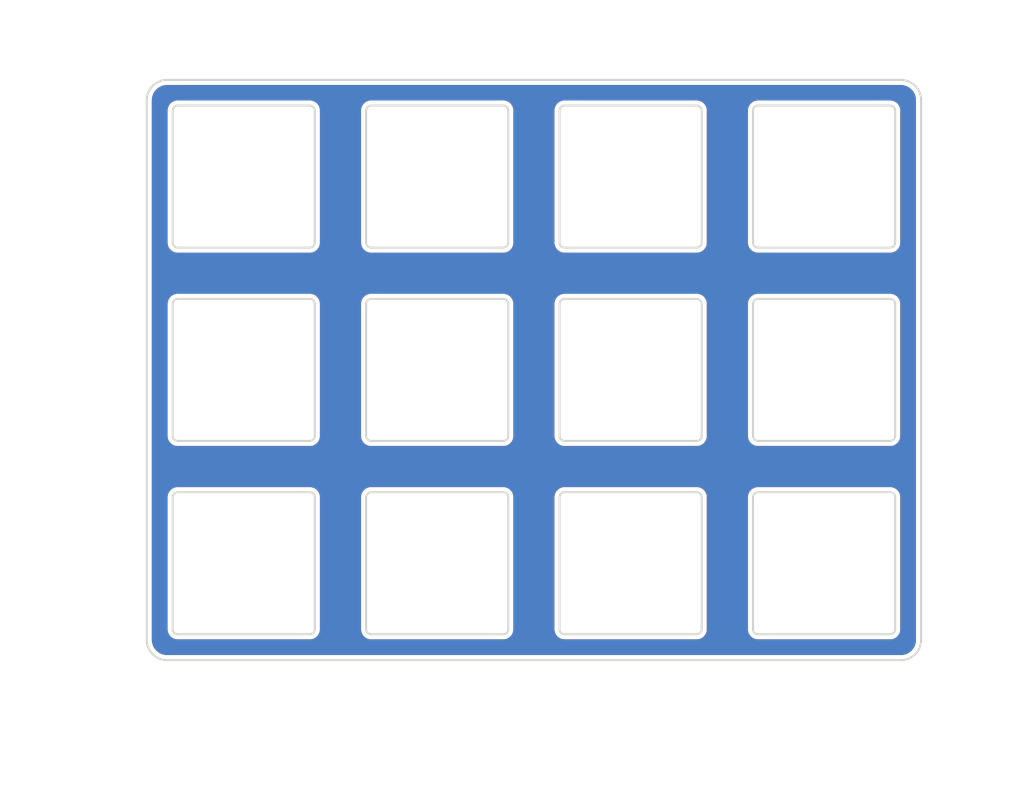
<source format=kicad_pcb>
(kicad_pcb
	(version 20241229)
	(generator "pcbnew")
	(generator_version "9.0")
	(general
		(thickness 1.6)
		(legacy_teardrops no)
	)
	(paper "A4")
	(layers
		(0 "F.Cu" signal)
		(2 "B.Cu" signal)
		(9 "F.Adhes" user "F.Adhesive")
		(11 "B.Adhes" user "B.Adhesive")
		(13 "F.Paste" user)
		(15 "B.Paste" user)
		(5 "F.SilkS" user "F.Silkscreen")
		(7 "B.SilkS" user "B.Silkscreen")
		(1 "F.Mask" user)
		(3 "B.Mask" user)
		(17 "Dwgs.User" user "User.Drawings")
		(19 "Cmts.User" user "User.Comments")
		(21 "Eco1.User" user "User.Eco1")
		(23 "Eco2.User" user "User.Eco2")
		(25 "Edge.Cuts" user)
		(27 "Margin" user)
		(31 "F.CrtYd" user "F.Courtyard")
		(29 "B.CrtYd" user "B.Courtyard")
		(35 "F.Fab" user)
		(33 "B.Fab" user)
		(39 "User.1" user)
		(41 "User.2" user)
		(43 "User.3" user)
		(45 "User.4" user)
	)
	(setup
		(pad_to_mask_clearance 0)
		(allow_soldermask_bridges_in_footprints no)
		(tenting front back)
		(pcbplotparams
			(layerselection 0x00000000_00000000_55555555_5755f5ff)
			(plot_on_all_layers_selection 0x00000000_00000000_00000000_00000000)
			(disableapertmacros no)
			(usegerberextensions no)
			(usegerberattributes yes)
			(usegerberadvancedattributes yes)
			(creategerberjobfile yes)
			(dashed_line_dash_ratio 12.000000)
			(dashed_line_gap_ratio 3.000000)
			(svgprecision 4)
			(plotframeref no)
			(mode 1)
			(useauxorigin no)
			(hpglpennumber 1)
			(hpglpenspeed 20)
			(hpglpendiameter 15.000000)
			(pdf_front_fp_property_popups yes)
			(pdf_back_fp_property_popups yes)
			(pdf_metadata yes)
			(pdf_single_document no)
			(dxfpolygonmode yes)
			(dxfimperialunits yes)
			(dxfusepcbnewfont yes)
			(psnegative no)
			(psa4output no)
			(plot_black_and_white yes)
			(sketchpadsonfab no)
			(plotpadnumbers no)
			(hidednponfab no)
			(sketchdnponfab yes)
			(crossoutdnponfab yes)
			(subtractmaskfromsilk no)
			(outputformat 1)
			(mirror no)
			(drillshape 0)
			(scaleselection 1)
			(outputdirectory "C:/Users/root/Downloads/GERBER/")
		)
	)
	(net 0 "")
	(gr_line
		(start 83.17 77.32)
		(end 83.17 90.32)
		(stroke
			(width 0.2)
			(type default)
		)
		(layer "Edge.Cuts")
		(uuid "071ac09c-3673-4f2e-a6ee-c8d3d11a1999")
	)
	(gr_arc
		(start 140.82 109.87)
		(mid 140.466447 109.723553)
		(end 140.32 109.37)
		(stroke
			(width 0.2)
			(type default)
		)
		(layer "Edge.Cuts")
		(uuid "07c84d0a-ccb3-43ba-a79f-a42e2b3f16d9")
	)
	(gr_line
		(start 154.8704 112.4204)
		(end 82.6196 112.4204)
		(stroke
			(width 0.2)
			(type default)
		)
		(layer "Edge.Cuts")
		(uuid "09e0aeb9-b57e-4f6f-8a1e-b9102670cf07")
	)
	(gr_line
		(start 154.32 77.32)
		(end 154.32 90.32)
		(stroke
			(width 0.2)
			(type default)
		)
		(layer "Edge.Cuts")
		(uuid "0bc9d340-657c-4413-b4c6-b5e5218155b0")
	)
	(gr_arc
		(start 140.82 71.77)
		(mid 140.466447 71.623553)
		(end 140.32 71.27)
		(stroke
			(width 0.2)
			(type default)
		)
		(layer "Edge.Cuts")
		(uuid "0e7ac2a3-d1a2-4780-b72c-b61c81910152")
	)
	(gr_line
		(start 140.82 109.87)
		(end 153.82 109.87)
		(stroke
			(width 0.2)
			(type default)
		)
		(layer "Edge.Cuts")
		(uuid "0ed14440-f745-4b1e-9628-6280bf721c8a")
	)
	(gr_arc
		(start 83.17 77.32)
		(mid 83.316447 76.966447)
		(end 83.67 76.82)
		(stroke
			(width 0.2)
			(type default)
		)
		(layer "Edge.Cuts")
		(uuid "11bdd7bb-cf76-46da-9579-45fcb0d6dd1b")
	)
	(gr_arc
		(start 121.27 58.27)
		(mid 121.416447 57.916447)
		(end 121.77 57.77)
		(stroke
			(width 0.2)
			(type default)
		)
		(layer "Edge.Cuts")
		(uuid "14cc68dd-9ab4-46eb-b02a-2edfe93d2883")
	)
	(gr_arc
		(start 140.32 96.37)
		(mid 140.466447 96.016447)
		(end 140.82 95.87)
		(stroke
			(width 0.2)
			(type default)
		)
		(layer "Edge.Cuts")
		(uuid "165b1348-0438-4907-93de-925b7438ac52")
	)
	(gr_arc
		(start 116.22 90.32)
		(mid 116.073553 90.673553)
		(end 115.72 90.82)
		(stroke
			(width 0.2)
			(type default)
		)
		(layer "Edge.Cuts")
		(uuid "1741db3c-e91a-4d2b-a9c0-217c9b7bbb57")
	)
	(gr_arc
		(start 156.8704 110.4204)
		(mid 156.284614 111.834614)
		(end 154.8704 112.4204)
		(stroke
			(width 0.2)
			(type default)
		)
		(layer "Edge.Cuts")
		(uuid "17abbd52-89bc-4aa8-96f0-3b36580c569d")
	)
	(gr_line
		(start 102.72 109.87)
		(end 115.72 109.87)
		(stroke
			(width 0.2)
			(type default)
		)
		(layer "Edge.Cuts")
		(uuid "17ed8542-2b48-488f-aea8-a7b29da7f3e3")
	)
	(gr_arc
		(start 102.72 71.77)
		(mid 102.366447 71.623553)
		(end 102.22 71.27)
		(stroke
			(width 0.2)
			(type default)
		)
		(layer "Edge.Cuts")
		(uuid "17f79098-ebf5-4596-99b8-53b721e3aa20")
	)
	(gr_arc
		(start 115.72 57.77)
		(mid 116.073553 57.916447)
		(end 116.22 58.27)
		(stroke
			(width 0.2)
			(type default)
		)
		(layer "Edge.Cuts")
		(uuid "188b5ed1-6876-4149-9402-8c57f1614775")
	)
	(gr_line
		(start 102.22 58.27)
		(end 102.22 71.27)
		(stroke
			(width 0.2)
			(type default)
		)
		(layer "Edge.Cuts")
		(uuid "1b47fa61-49a6-422b-b24b-c6cd736b54a5")
	)
	(gr_line
		(start 82.6196 55.245)
		(end 154.8704 55.245)
		(stroke
			(width 0.2)
			(type default)
		)
		(layer "Edge.Cuts")
		(uuid "1eb8661d-ad62-46b9-8ae6-0c88fc37dd69")
	)
	(gr_line
		(start 83.67 90.82)
		(end 96.67 90.82)
		(stroke
			(width 0.2)
			(type default)
		)
		(layer "Edge.Cuts")
		(uuid "24491bd1-999f-432d-ba89-d681fef7ce5c")
	)
	(gr_line
		(start 140.32 96.37)
		(end 140.32 109.37)
		(stroke
			(width 0.2)
			(type default)
		)
		(layer "Edge.Cuts")
		(uuid "255ba33a-4126-4866-82f5-47e62c1c0c17")
	)
	(gr_arc
		(start 102.22 58.27)
		(mid 102.366447 57.916447)
		(end 102.72 57.77)
		(stroke
			(width 0.2)
			(type default)
		)
		(layer "Edge.Cuts")
		(uuid "26243031-6c1f-4069-a8cf-47d0d79f4bc0")
	)
	(gr_arc
		(start 102.22 96.37)
		(mid 102.366447 96.016447)
		(end 102.72 95.87)
		(stroke
			(width 0.2)
			(type default)
		)
		(layer "Edge.Cuts")
		(uuid "2794e3e7-ea89-433b-957a-41c7bd90c487")
	)
	(gr_line
		(start 154.32 58.27)
		(end 154.32 71.27)
		(stroke
			(width 0.2)
			(type default)
		)
		(layer "Edge.Cuts")
		(uuid "27d9d18c-e651-4a43-a11a-9417107ad6c5")
	)
	(gr_line
		(start 140.32 77.32)
		(end 140.32 90.32)
		(stroke
			(width 0.2)
			(type default)
		)
		(layer "Edge.Cuts")
		(uuid "2c918488-9b29-4ad7-a954-358d5b6183ac")
	)
	(gr_arc
		(start 115.72 95.87)
		(mid 116.073553 96.016447)
		(end 116.22 96.37)
		(stroke
			(width 0.2)
			(type default)
		)
		(layer "Edge.Cuts")
		(uuid "2e8b3dcb-62c4-4146-9fd9-da2d3c6684ec")
	)
	(gr_line
		(start 140.32 58.27)
		(end 140.32 71.27)
		(stroke
			(width 0.2)
			(type default)
		)
		(layer "Edge.Cuts")
		(uuid "317b9d72-1e6b-4f8b-80d7-a1fa2e53cf08")
	)
	(gr_arc
		(start 82.6196 112.4204)
		(mid 81.205386 111.834614)
		(end 80.6196 110.4204)
		(stroke
			(width 0.2)
			(type default)
		)
		(layer "Edge.Cuts")
		(uuid "31cfce1c-51fa-4fe9-9015-e7cbd9b25b94")
	)
	(gr_arc
		(start 140.32 58.27)
		(mid 140.466447 57.916447)
		(end 140.82 57.77)
		(stroke
			(width 0.2)
			(type default)
		)
		(layer "Edge.Cuts")
		(uuid "380d6b92-9744-485d-b375-0c003037323a")
	)
	(gr_line
		(start 156.8704 57.245)
		(end 156.8704 110.4204)
		(stroke
			(width 0.2)
			(type default)
		)
		(layer "Edge.Cuts")
		(uuid "3e62f4aa-0950-4226-bae6-9971064ac1c8")
	)
	(gr_line
		(start 121.27 96.37)
		(end 121.27 109.37)
		(stroke
			(width 0.2)
			(type default)
		)
		(layer "Edge.Cuts")
		(uuid "46e66d16-677c-4ce6-ac0a-937d11032f74")
	)
	(gr_line
		(start 116.22 58.27)
		(end 116.22 71.27)
		(stroke
			(width 0.2)
			(type default)
		)
		(layer "Edge.Cuts")
		(uuid "47e07dbd-f092-4fdc-8b07-7d039a2795a6")
	)
	(gr_arc
		(start 97.17 90.32)
		(mid 97.023553 90.673553)
		(end 96.67 90.82)
		(stroke
			(width 0.2)
			(type default)
		)
		(layer "Edge.Cuts")
		(uuid "49e07699-e5c7-4936-8cf8-d771a2311ee1")
	)
	(gr_arc
		(start 140.32 77.32)
		(mid 140.466447 76.966447)
		(end 140.82 76.82)
		(stroke
			(width 0.2)
			(type default)
		)
		(layer "Edge.Cuts")
		(uuid "4bb66f57-3a45-4c20-9106-0260c2351309")
	)
	(gr_arc
		(start 121.77 109.87)
		(mid 121.416447 109.723553)
		(end 121.27 109.37)
		(stroke
			(width 0.2)
			(type default)
		)
		(layer "Edge.Cuts")
		(uuid "4c315ba2-7c70-4652-bac4-9ced7e1249bf")
	)
	(gr_line
		(start 140.82 76.82)
		(end 153.82 76.82)
		(stroke
			(width 0.2)
			(type default)
		)
		(layer "Edge.Cuts")
		(uuid "4d1fd639-506e-465b-a536-09089764fc8e")
	)
	(gr_line
		(start 97.17 96.37)
		(end 97.17 109.37)
		(stroke
			(width 0.2)
			(type default)
		)
		(layer "Edge.Cuts")
		(uuid "4df52408-2cd2-4703-af18-35aa1ba2274f")
	)
	(gr_arc
		(start 154.8704 55.245)
		(mid 156.284614 55.830786)
		(end 156.8704 57.245)
		(stroke
			(width 0.2)
			(type default)
		)
		(layer "Edge.Cuts")
		(uuid "4e9ec5bb-031e-4949-a108-db6d83d967bc")
	)
	(gr_line
		(start 97.17 58.27)
		(end 97.17 71.27)
		(stroke
			(width 0.2)
			(type default)
		)
		(layer "Edge.Cuts")
		(uuid "4f12050c-1c84-42e9-8b92-8c63923b74e4")
	)
	(gr_line
		(start 102.72 76.82)
		(end 115.72 76.82)
		(stroke
			(width 0.2)
			(type default)
		)
		(layer "Edge.Cuts")
		(uuid "589a7628-5f8d-49f9-a43e-0c4da1ba5e56")
	)
	(gr_line
		(start 102.22 96.37)
		(end 102.22 109.37)
		(stroke
			(width 0.2)
			(type default)
		)
		(layer "Edge.Cuts")
		(uuid "5a47beaf-b904-4227-9e82-7dbfdbea1681")
	)
	(gr_line
		(start 121.77 57.77)
		(end 134.77 57.77)
		(stroke
			(width 0.2)
			(type default)
		)
		(layer "Edge.Cuts")
		(uuid "5d7046d0-7d89-4a28-85b9-f5dbefb95b58")
	)
	(gr_arc
		(start 134.77 57.77)
		(mid 135.123553 57.916447)
		(end 135.27 58.27)
		(stroke
			(width 0.2)
			(type default)
		)
		(layer "Edge.Cuts")
		(uuid "60881b01-6c35-4fff-bd12-5999fccb1d11")
	)
	(gr_arc
		(start 83.67 90.82)
		(mid 83.316447 90.673553)
		(end 83.17 90.32)
		(stroke
			(width 0.2)
			(type default)
		)
		(layer "Edge.Cuts")
		(uuid "627c788f-fe0b-4817-bd6d-65050fcd7da1")
	)
	(gr_arc
		(start 116.22 109.37)
		(mid 116.073553 109.723553)
		(end 115.72 109.87)
		(stroke
			(width 0.2)
			(type default)
		)
		(layer "Edge.Cuts")
		(uuid "656b3b6f-97c4-4c17-961a-77f046994cf3")
	)
	(gr_arc
		(start 140.82 90.82)
		(mid 140.466447 90.673553)
		(end 140.32 90.32)
		(stroke
			(width 0.2)
			(type default)
		)
		(layer "Edge.Cuts")
		(uuid "6a784234-34d3-4bd2-b6f9-079b26cd44f5")
	)
	(gr_arc
		(start 97.17 71.27)
		(mid 97.023553 71.623553)
		(end 96.67 71.77)
		(stroke
			(width 0.2)
			(type default)
		)
		(layer "Edge.Cuts")
		(uuid "6aec4ce1-393b-4e2a-b9ed-0f89ac0a45ef")
	)
	(gr_line
		(start 121.77 90.82)
		(end 134.77 90.82)
		(stroke
			(width 0.2)
			(type default)
		)
		(layer "Edge.Cuts")
		(uuid "6bf3ebff-5866-433e-9f61-745a04823711")
	)
	(gr_arc
		(start 115.72 76.82)
		(mid 116.073553 76.966447)
		(end 116.22 77.32)
		(stroke
			(width 0.2)
			(type default)
		)
		(layer "Edge.Cuts")
		(uuid "6c545828-8f81-4c9c-bffb-b2491f7d4837")
	)
	(gr_line
		(start 116.22 77.32)
		(end 116.22 90.32)
		(stroke
			(width 0.2)
			(type default)
		)
		(layer "Edge.Cuts")
		(uuid "6c76d03d-7634-49af-885c-d7e1a34b6f98")
	)
	(gr_arc
		(start 96.67 57.77)
		(mid 97.023553 57.916447)
		(end 97.17 58.27)
		(stroke
			(width 0.2)
			(type default)
		)
		(layer "Edge.Cuts")
		(uuid "6ca803ea-4f6f-4038-9901-8f5c88268b8a")
	)
	(gr_line
		(start 135.27 96.37)
		(end 135.27 109.37)
		(stroke
			(width 0.2)
			(type default)
		)
		(layer "Edge.Cuts")
		(uuid "6fcf5cd8-dd16-4b6c-ace4-d7580a32691b")
	)
	(gr_line
		(start 83.67 109.87)
		(end 96.67 109.87)
		(stroke
			(width 0.2)
			(type default)
		)
		(layer "Edge.Cuts")
		(uuid "70e5708c-43e9-467e-a727-94206bc901c8")
	)
	(gr_line
		(start 102.72 95.87)
		(end 115.72 95.87)
		(stroke
			(width 0.2)
			(type default)
		)
		(layer "Edge.Cuts")
		(uuid "7755122b-1f92-4d46-bc64-7ea5511ea0a9")
	)
	(gr_line
		(start 102.22 77.32)
		(end 102.22 90.32)
		(stroke
			(width 0.2)
			(type default)
		)
		(layer "Edge.Cuts")
		(uuid "78197663-f087-432d-b12d-5175712819b6")
	)
	(gr_arc
		(start 96.67 76.82)
		(mid 97.023553 76.966447)
		(end 97.17 77.32)
		(stroke
			(width 0.2)
			(type default)
		)
		(layer "Edge.Cuts")
		(uuid "7972e799-e872-496c-be2b-e264d2331bd7")
	)
	(gr_arc
		(start 153.82 76.82)
		(mid 154.173553 76.966447)
		(end 154.32 77.32)
		(stroke
			(width 0.2)
			(type default)
		)
		(layer "Edge.Cuts")
		(uuid "7d22c13c-52b9-40a3-a0ab-1b5f2931bcdf")
	)
	(gr_line
		(start 83.67 57.77)
		(end 96.67 57.77)
		(stroke
			(width 0.2)
			(type default)
		)
		(layer "Edge.Cuts")
		(uuid "7e683ad6-bdee-4ebe-8e7b-f0a073a2a8c8")
	)
	(gr_line
		(start 83.67 71.77)
		(end 96.67 71.77)
		(stroke
			(width 0.2)
			(type default)
		)
		(layer "Edge.Cuts")
		(uuid "8185f3f6-c742-4658-b061-a37b8e805d5e")
	)
	(gr_arc
		(start 83.17 58.27)
		(mid 83.316447 57.916447)
		(end 83.67 57.77)
		(stroke
			(width 0.2)
			(type default)
		)
		(layer "Edge.Cuts")
		(uuid "835065c4-8e83-416e-bd2e-20806d713cba")
	)
	(gr_line
		(start 83.17 58.27)
		(end 83.17 71.27)
		(stroke
			(width 0.2)
			(type default)
		)
		(layer "Edge.Cuts")
		(uuid "83e707a5-4433-4a63-99bf-f5badc0beca1")
	)
	(gr_arc
		(start 83.17 96.37)
		(mid 83.316447 96.016447)
		(end 83.67 95.87)
		(stroke
			(width 0.2)
			(type default)
		)
		(layer "Edge.Cuts")
		(uuid "83f00861-e5c6-4cac-af52-bc7679072da2")
	)
	(gr_line
		(start 102.72 71.77)
		(end 115.72 71.77)
		(stroke
			(width 0.2)
			(type default)
		)
		(layer "Edge.Cuts")
		(uuid "84c23508-7b03-4d62-8c2d-edb4a06992ac")
	)
	(gr_line
		(start 83.17 96.37)
		(end 83.17 109.37)
		(stroke
			(width 0.2)
			(type default)
		)
		(layer "Edge.Cuts")
		(uuid "871638ae-eaed-4423-8f01-5720c59f7965")
	)
	(gr_arc
		(start 83.67 109.87)
		(mid 83.316447 109.723553)
		(end 83.17 109.37)
		(stroke
			(width 0.2)
			(type default)
		)
		(layer "Edge.Cuts")
		(uuid "8a2e479e-39d5-4dee-ac42-c16a4fa3446d")
	)
	(gr_line
		(start 80.6196 110.4204)
		(end 80.6196 57.245)
		(stroke
			(width 0.2)
			(type default)
		)
		(layer "Edge.Cuts")
		(uuid "8bac86b5-791b-49e9-addd-b88ad2391603")
	)
	(gr_line
		(start 121.77 71.77)
		(end 134.77 71.77)
		(stroke
			(width 0.2)
			(type default)
		)
		(layer "Edge.Cuts")
		(uuid "948f46c8-578e-48d7-9736-93d131c10d88")
	)
	(gr_arc
		(start 83.67 71.77)
		(mid 83.316447 71.623553)
		(end 83.17 71.27)
		(stroke
			(width 0.2)
			(type default)
		)
		(layer "Edge.Cuts")
		(uuid "9e68fa82-cae5-40d0-aa16-aca70fda32dc")
	)
	(gr_arc
		(start 121.77 90.82)
		(mid 121.416447 90.673553)
		(end 121.27 90.32)
		(stroke
			(width 0.2)
			(type default)
		)
		(layer "Edge.Cuts")
		(uuid "a59a01bf-43f7-476a-a44a-ea851ccd999a")
	)
	(gr_arc
		(start 102.72 90.82)
		(mid 102.366447 90.673553)
		(end 102.22 90.32)
		(stroke
			(width 0.2)
			(type default)
		)
		(layer "Edge.Cuts")
		(uuid "a69d1ab0-9861-40e6-b902-b861246ca608")
	)
	(gr_line
		(start 135.27 58.27)
		(end 135.27 71.27)
		(stroke
			(width 0.2)
			(type default)
		)
		(layer "Edge.Cuts")
		(uuid "a6ef24f2-3b79-4c4b-b154-cd280591fcf9")
	)
	(gr_arc
		(start 153.82 95.87)
		(mid 154.173553 96.016447)
		(end 154.32 96.37)
		(stroke
			(width 0.2)
			(type default)
		)
		(layer "Edge.Cuts")
		(uuid "abe182a2-dced-47e2-b0af-c4d37bbc6b79")
	)
	(gr_line
		(start 140.82 90.82)
		(end 153.82 90.82)
		(stroke
			(width 0.2)
			(type default)
		)
		(layer "Edge.Cuts")
		(uuid "abe49149-ffa9-4936-9721-aa5dc085357f")
	)
	(gr_arc
		(start 97.17 109.37)
		(mid 97.023553 109.723553)
		(end 96.67 109.87)
		(stroke
			(width 0.2)
			(type default)
		)
		(layer "Edge.Cuts")
		(uuid "af1e538b-1fc4-4f10-a275-95c252db6453")
	)
	(gr_arc
		(start 96.67 95.87)
		(mid 97.023553 96.016447)
		(end 97.17 96.37)
		(stroke
			(width 0.2)
			(type default)
		)
		(layer "Edge.Cuts")
		(uuid "b216a2c1-02e8-4782-be4d-7037fa68530b")
	)
	(gr_line
		(start 121.77 76.82)
		(end 134.77 76.82)
		(stroke
			(width 0.2)
			(type default)
		)
		(layer "Edge.Cuts")
		(uuid "b5b69012-14bf-45ad-a0ad-a3eec20241d8")
	)
	(gr_line
		(start 121.77 109.87)
		(end 134.77 109.87)
		(stroke
			(width 0.2)
			(type default)
		)
		(layer "Edge.Cuts")
		(uuid "c182965e-e80d-4368-b413-fb8c54c64376")
	)
	(gr_line
		(start 102.72 57.77)
		(end 115.72 57.77)
		(stroke
			(width 0.2)
			(type default)
		)
		(layer "Edge.Cuts")
		(uuid "c23ab0f8-1069-4200-8e18-d044067e1209")
	)
	(gr_arc
		(start 102.22 77.32)
		(mid 102.366447 76.966447)
		(end 102.72 76.82)
		(stroke
			(width 0.2)
			(type default)
		)
		(layer "Edge.Cuts")
		(uuid "c36fc5b7-299b-4461-b6d3-b37f33a05ae6")
	)
	(gr_arc
		(start 121.77 71.77)
		(mid 121.416447 71.623553)
		(end 121.27 71.27)
		(stroke
			(width 0.2)
			(type default)
		)
		(layer "Edge.Cuts")
		(uuid "c62c596b-b762-4169-aacc-9ef5a80a7a3c")
	)
	(gr_line
		(start 102.72 90.82)
		(end 115.72 90.82)
		(stroke
			(width 0.2)
			(type default)
		)
		(layer "Edge.Cuts")
		(uuid "c6c7397e-7f89-4abf-a55e-16890364a2c9")
	)
	(gr_line
		(start 121.27 58.27)
		(end 121.27 71.27)
		(stroke
			(width 0.2)
			(type default)
		)
		(layer "Edge.Cuts")
		(uuid "c8e77dc9-b73e-4087-a4d6-84afe5cd18d1")
	)
	(gr_arc
		(start 135.27 109.37)
		(mid 135.123553 109.723553)
		(end 134.77 109.87)
		(stroke
			(width 0.2)
			(type default)
		)
		(layer "Edge.Cuts")
		(uuid "cb7d9fcf-ffb1-4d87-aa8a-9be94a01d2ff")
	)
	(gr_line
		(start 121.27 77.32)
		(end 121.27 90.32)
		(stroke
			(width 0.2)
			(type default)
		)
		(layer "Edge.Cuts")
		(uuid "cc73e575-6f6b-4366-82a8-a1f9fe8846a5")
	)
	(gr_arc
		(start 80.6196 57.245)
		(mid 81.205386 55.830786)
		(end 82.6196 55.245)
		(stroke
			(width 0.2)
			(type default)
		)
		(layer "Edge.Cuts")
		(uuid "cec0d721-d9b9-4d14-96d3-9663a9337ef8")
	)
	(gr_line
		(start 83.67 76.82)
		(end 96.67 76.82)
		(stroke
			(width 0.2)
			(type default)
		)
		(layer "Edge.Cuts")
		(uuid "d0333597-3a59-4283-9b1a-00d1376a8b5e")
	)
	(gr_arc
		(start 116.22 71.27)
		(mid 116.073553 71.623553)
		(end 115.72 71.77)
		(stroke
			(width 0.2)
			(type default)
		)
		(layer "Edge.Cuts")
		(uuid "d3cd3220-c74a-472b-b664-96d2658f9fe5")
	)
	(gr_arc
		(start 154.32 90.32)
		(mid 154.173553 90.673553)
		(end 153.82 90.82)
		(stroke
			(width 0.2)
			(type default)
		)
		(layer "Edge.Cuts")
		(uuid "d7068bf4-8fa3-4662-a607-dcfcf337b7cc")
	)
	(gr_arc
		(start 135.27 71.27)
		(mid 135.123553 71.623553)
		(end 134.77 71.77)
		(stroke
			(width 0.2)
			(type default)
		)
		(layer "Edge.Cuts")
		(uuid "d71cb8c3-b003-4b03-b089-676e4ffba71a")
	)
	(gr_line
		(start 97.17 77.32)
		(end 97.17 90.32)
		(stroke
			(width 0.2)
			(type default)
		)
		(layer "Edge.Cuts")
		(uuid "d7a45aee-c45e-45ea-855b-285f624b3cc3")
	)
	(gr_line
		(start 135.27 77.32)
		(end 135.27 90.32)
		(stroke
			(width 0.2)
			(type default)
		)
		(layer "Edge.Cuts")
		(uuid "d80ba938-0c07-4f7d-a9be-f4b2bfeb5240")
	)
	(gr_arc
		(start 121.27 96.37)
		(mid 121.416447 96.016447)
		(end 121.77 95.87)
		(stroke
			(width 0.2)
			(type default)
		)
		(layer "Edge.Cuts")
		(uuid "d9e8bfaa-b0c1-4f7b-83a3-28e64520770c")
	)
	(gr_line
		(start 140.82 71.77)
		(end 153.82 71.77)
		(stroke
			(width 0.2)
			(type default)
		)
		(layer "Edge.Cuts")
		(uuid "db2937c1-4fd8-4363-ba3c-a7ed7e27f461")
	)
	(gr_arc
		(start 134.77 95.87)
		(mid 135.123553 96.016447)
		(end 135.27 96.37)
		(stroke
			(width 0.2)
			(type default)
		)
		(layer "Edge.Cuts")
		(uuid "dbc263dc-c317-453b-af4c-c991b0f0c1eb")
	)
	(gr_arc
		(start 102.72 109.87)
		(mid 102.366447 109.723553)
		(end 102.22 109.37)
		(stroke
			(width 0.2)
			(type default)
		)
		(layer "Edge.Cuts")
		(uuid "dda62f15-31f3-4296-932f-46b3b58a64b0")
	)
	(gr_arc
		(start 121.27 77.32)
		(mid 121.416447 76.966447)
		(end 121.77 76.82)
		(stroke
			(width 0.2)
			(type default)
		)
		(layer "Edge.Cuts")
		(uuid "e16e078c-6144-49cd-82bc-a780997bb451")
	)
	(gr_arc
		(start 134.77 76.82)
		(mid 135.123553 76.966447)
		(end 135.27 77.32)
		(stroke
			(width 0.2)
			(type default)
		)
		(layer "Edge.Cuts")
		(uuid "e1e0e1a2-f1fb-4755-916f-3dc090fa5cae")
	)
	(gr_arc
		(start 153.82 57.77)
		(mid 154.173553 57.916447)
		(end 154.32 58.27)
		(stroke
			(width 0.2)
			(type default)
		)
		(layer "Edge.Cuts")
		(uuid "e429e981-753c-4c31-9a6d-565935f112b2")
	)
	(gr_line
		(start 140.82 57.77)
		(end 153.82 57.77)
		(stroke
			(width 0.2)
			(type default)
		)
		(layer "Edge.Cuts")
		(uuid "e75ae9aa-675a-4da3-8b94-414ccdb4ebaa")
	)
	(gr_line
		(start 116.22 96.37)
		(end 116.22 109.37)
		(stroke
			(width 0.2)
			(type default)
		)
		(layer "Edge.Cuts")
		(uuid "ea06b8a7-52a8-4cb2-aa66-999581f4a893")
	)
	(gr_line
		(start 140.82 95.87)
		(end 153.82 95.87)
		(stroke
			(width 0.2)
			(type default)
		)
		(layer "Edge.Cuts")
		(uuid "eaab69d4-10c5-4a97-8caa-072496456481")
	)
	(gr_arc
		(start 154.32 109.37)
		(mid 154.173553 109.723553)
		(end 153.82 109.87)
		(stroke
			(width 0.2)
			(type default)
		)
		(layer "Edge.Cuts")
		(uuid "eb01df7f-a90d-4872-b7c4-073736f19218")
	)
	(gr_line
		(start 154.32 96.37)
		(end 154.32 109.37)
		(stroke
			(width 0.2)
			(type default)
		)
		(layer "Edge.Cuts")
		(uuid "f37e9574-898e-4a38-b205-e64c7cab15ec")
	)
	(gr_arc
		(start 154.32 71.27)
		(mid 154.173553 71.623553)
		(end 153.82 71.77)
		(stroke
			(width 0.2)
			(type default)
		)
		(layer "Edge.Cuts")
		(uuid "f4040d6f-862a-42ae-ae43-05f9ca1b946f")
	)
	(gr_line
		(start 121.77 95.87)
		(end 134.77 95.87)
		(stroke
			(width 0.2)
			(type default)
		)
		(layer "Edge.Cuts")
		(uuid "f4d4b2f1-65d1-4583-8aa9-2b962a1a379e")
	)
	(gr_arc
		(start 135.27 90.32)
		(mid 135.123553 90.673553)
		(end 134.77 90.82)
		(stroke
			(width 0.2)
			(type default)
		)
		(layer "Edge.Cuts")
		(uuid "f533dcaa-6cc2-486a-af64-2f89fc56f013")
	)
	(gr_line
		(start 83.67 95.87)
		(end 96.67 95.87)
		(stroke
			(width 0.2)
			(type default)
		)
		(layer "Edge.Cuts")
		(uuid "ffd5effd-ee80-452b-b2b1-232fbcdcda87")
	)
	(zone
		(net 0)
		(net_name "")
		(layers "F.Cu" "B.Cu")
		(uuid "c2de017b-a91c-4c0a-b833-14ef89848c43")
		(hatch edge 0.5)
		(connect_pads
			(clearance 0.5)
		)
		(min_thickness 0.25)
		(filled_areas_thickness no)
		(fill yes
			(thermal_gap 0.5)
			(thermal_bridge_width 0.5)
			(island_removal_mode 1)
			(island_area_min 10)
		)
		(polygon
			(pts
				(xy 165.481 48.133) (xy 167.005 126.111) (xy 66.167 125.095) (xy 66.167 47.371)
			)
		)
		(filled_polygon
			(layer "F.Cu")
			(island)
			(pts
				(xy 154.874818 55.745816) (xy 155.074961 55.76013) (xy 155.092463 55.762647) (xy 155.284197 55.804355)
				(xy 155.301155 55.809334) (xy 155.485009 55.877909) (xy 155.501101 55.885259) (xy 155.673304 55.979288)
				(xy 155.688184 55.988849) (xy 155.845267 56.106441) (xy 155.858637 56.118027) (xy 155.997372 56.256762)
				(xy 156.008958 56.270132) (xy 156.126546 56.42721) (xy 156.136111 56.442095) (xy 156.23014 56.614298)
				(xy 156.23749 56.63039) (xy 156.306062 56.814236) (xy 156.311046 56.831212) (xy 156.352751 57.022931)
				(xy 156.355269 57.040442) (xy 156.369584 57.24058) (xy 156.3699 57.249427) (xy 156.3699 110.415972)
				(xy 156.369584 110.424819) (xy 156.355269 110.624957) (xy 156.352751 110.642468) (xy 156.311046 110.834187)
				(xy 156.306062 110.851163) (xy 156.23749 111.035009) (xy 156.23014 111.051101) (xy 156.136111 111.223304)
				(xy 156.126546 111.238189) (xy 156.008958 111.395267) (xy 155.997372 111.408637) (xy 155.858637 111.547372)
				(xy 155.845267 111.558958) (xy 155.688189 111.676546) (xy 155.673304 111.686111) (xy 155.501101 111.78014)
				(xy 155.485009 111.78749) (xy 155.301163 111.856062) (xy 155.284187 111.861046) (xy 155.092468 111.902751)
				(xy 155.074957 111.905269) (xy 154.894179 111.918199) (xy 154.874817 111.919584) (xy 154.865972 111.9199)
				(xy 82.624028 111.9199) (xy 82.615182 111.919584) (xy 82.593222 111.918013) (xy 82.415042 111.905269)
				(xy 82.397531 111.902751) (xy 82.205812 111.861046) (xy 82.188836 111.856062) (xy 82.00499 111.78749)
				(xy 81.988898 111.78014) (xy 81.816695 111.686111) (xy 81.80181 111.676546) (xy 81.644732 111.558958)
				(xy 81.631362 111.547372) (xy 81.492627 111.408637) (xy 81.481041 111.395267) (xy 81.363449 111.238184)
				(xy 81.353888 111.223304) (xy 81.259859 111.051101) (xy 81.252509 111.035009) (xy 81.191691 110.871951)
				(xy 81.183934 110.851155) (xy 81.178955 110.834197) (xy 81.137247 110.642463) (xy 81.13473 110.624956)
				(xy 81.120416 110.424818) (xy 81.1201 110.415972) (xy 81.1201 96.282465) (xy 82.6695 96.282465)
				(xy 82.6695 109.457534) (xy 82.699898 109.629937) (xy 82.759775 109.794446) (xy 82.847309 109.946057)
				(xy 82.959836 110.080163) (xy 83.093942 110.19269) (xy 83.093943 110.192691) (xy 83.093945 110.192692)
				(xy 83.245555 110.280225) (xy 83.410062 110.340101) (xy 83.582468 110.3705) (xy 83.582472 110.3705)
				(xy 96.757528 110.3705) (xy 96.757532 110.3705) (xy 96.929938 110.340101) (xy 97.094445 110.280225)
				(xy 97.246055 110.192692) (xy 97.380163 110.080163) (xy 97.492692 109.946055) (xy 97.580225 109.794445)
				(xy 97.640101 109.629938) (xy 97.6705 109.457532) (xy 97.6705 109.37) (xy 97.6705 109.304108) (xy 97.6705 96.304108)
				(xy 97.6705 96.282468) (xy 97.670499 96.282465) (xy 101.7195 96.282465) (xy 101.7195 109.457534)
				(xy 101.749898 109.629937) (xy 101.809775 109.794446) (xy 101.897309 109.946057) (xy 102.009836 110.080163)
				(xy 102.143942 110.19269) (xy 102.143943 110.192691) (xy 102.143945 110.192692) (xy 102.295555 110.280225)
				(xy 102.460062 110.340101) (xy 102.632468 110.3705) (xy 102.632472 110.3705) (xy 115.807528 110.3705)
				(xy 115.807532 110.3705) (xy 115.979938 110.340101) (xy 116.144445 110.280225) (xy 116.296055 110.192692)
				(xy 116.430163 110.080163) (xy 116.542692 109.946055) (xy 116.630225 109.794445) (xy 116.690101 109.629938)
				(xy 116.7205 109.457532) (xy 116.7205 109.37) (xy 116.7205 109.304108) (xy 116.7205 96.304108) (xy 116.7205 96.282468)
				(xy 116.720499 96.282465) (xy 120.7695 96.282465) (xy 120.7695 109.457534) (xy 120.799898 109.629937)
				(xy 120.859775 109.794446) (xy 120.947309 109.946057) (xy 121.059836 110.080163) (xy 121.193942 110.19269)
				(xy 121.193943 110.192691) (xy 121.193945 110.192692) (xy 121.345555 110.280225) (xy 121.510062 110.340101)
				(xy 121.682468 110.3705) (xy 121.682472 110.3705) (xy 134.857528 110.3705) (xy 134.857532 110.3705)
				(xy 135.029938 110.340101) (xy 135.194445 110.280225) (xy 135.346055 110.192692) (xy 135.480163 110.080163)
				(xy 135.592692 109.946055) (xy 135.680225 109.794445) (xy 135.740101 109.629938) (xy 135.7705 109.457532)
				(xy 135.7705 109.37) (xy 135.7705 109.304108) (xy 135.7705 96.304108) (xy 135.7705 96.282468) (xy 135.770499 96.282465)
				(xy 139.8195 96.282465) (xy 139.8195 109.457534) (xy 139.849898 109.629937) (xy 139.909775 109.794446)
				(xy 139.997309 109.946057) (xy 140.109836 110.080163) (xy 140.243942 110.19269) (xy 140.243943 110.192691)
				(xy 140.243945 110.192692) (xy 140.395555 110.280225) (xy 140.560062 110.340101) (xy 140.732468 110.3705)
				(xy 140.732472 110.3705) (xy 153.907528 110.3705) (xy 153.907532 110.3705) (xy 154.079938 110.340101)
				(xy 154.244445 110.280225) (xy 154.396055 110.192692) (xy 154.530163 110.080163) (xy 154.642692 109.946055)
				(xy 154.730225 109.794445) (xy 154.790101 109.629938) (xy 154.8205 109.457532) (xy 154.8205 109.37)
				(xy 154.8205 109.304108) (xy 154.8205 96.304108) (xy 154.8205 96.282468) (xy 154.790101 96.110062)
				(xy 154.730225 95.945555) (xy 154.642692 95.793945) (xy 154.642691 95.793943) (xy 154.64269 95.793942)
				(xy 154.530163 95.659836) (xy 154.396057 95.547309) (xy 154.244446 95.459775) (xy 154.079937 95.399898)
				(xy 153.907534 95.3695) (xy 153.907532 95.3695) (xy 153.885892 95.3695) (xy 140.885892 95.3695)
				(xy 140.82 95.3695) (xy 140.732468 95.3695) (xy 140.732465 95.3695) (xy 140.560062 95.399898) (xy 140.395553 95.459775)
				(xy 140.243942 95.547309) (xy 140.109836 95.659836) (xy 139.997309 95.793942) (xy 139.909775 95.945553)
				(xy 139.849898 96.110062) (xy 139.8195 96.282465) (xy 135.770499 96.282465) (xy 135.740101 96.110062)
				(xy 135.680225 95.945555) (xy 135.592692 95.793945) (xy 135.592691 95.793943) (xy 135.59269 95.793942)
				(xy 135.480163 95.659836) (xy 135.346057 95.547309) (xy 135.194446 95.459775) (xy 135.029937 95.399898)
				(xy 134.857534 95.3695) (xy 134.857532 95.3695) (xy 134.835892 95.3695) (xy 121.835892 95.3695)
				(xy 121.77 95.3695) (xy 121.682468 95.3695) (xy 121.682465 95.3695) (xy 121.510062 95.399898) (xy 121.345553 95.459775)
				(xy 121.193942 95.547309) (xy 121.059836 95.659836) (xy 120.947309 95.793942) (xy 120.859775 95.945553)
				(xy 120.799898 96.110062) (xy 120.7695 96.282465) (xy 116.720499 96.282465) (xy 116.690101 96.110062)
				(xy 116.630225 95.945555) (xy 116.542692 95.793945) (xy 116.542691 95.793943) (xy 116.54269 95.793942)
				(xy 116.430163 95.659836) (xy 116.296057 95.547309) (xy 116.144446 95.459775) (xy 115.979937 95.399898)
				(xy 115.807534 95.3695) (xy 115.807532 95.3695) (xy 115.785892 95.3695) (xy 102.785892 95.3695)
				(xy 102.72 95.3695) (xy 102.632468 95.3695) (xy 102.632465 95.3695) (xy 102.460062 95.399898) (xy 102.295553 95.459775)
				(xy 102.143942 95.547309) (xy 102.009836 95.659836) (xy 101.897309 95.793942) (xy 101.809775 95.945553)
				(xy 101.749898 96.110062) (xy 101.7195 96.282465) (xy 97.670499 96.282465) (xy 97.640101 96.110062)
				(xy 97.580225 95.945555) (xy 97.492692 95.793945) (xy 97.492691 95.793943) (xy 97.49269 95.793942)
				(xy 97.380163 95.659836) (xy 97.246057 95.547309) (xy 97.094446 95.459775) (xy 96.929937 95.399898)
				(xy 96.757534 95.3695) (xy 96.757532 95.3695) (xy 96.735892 95.3695) (xy 83.735892 95.3695) (xy 83.67 95.3695)
				(xy 83.582468 95.3695) (xy 83.582465 95.3695) (xy 83.410062 95.399898) (xy 83.245553 95.459775)
				(xy 83.093942 95.547309) (xy 82.959836 95.659836) (xy 82.847309 95.793942) (xy 82.759775 95.945553)
				(xy 82.699898 96.110062) (xy 82.6695 96.282465) (xy 81.1201 96.282465) (xy 81.1201 77.232465) (xy 82.6695 77.232465)
				(xy 82.6695 90.407534) (xy 82.699898 90.579937) (xy 82.759775 90.744446) (xy 82.847309 90.896057)
				(xy 82.959836 91.030163) (xy 83.093942 91.14269) (xy 83.093943 91.142691) (xy 83.093945 91.142692)
				(xy 83.245555 91.230225) (xy 83.410062 91.290101) (xy 83.582468 91.3205) (xy 83.582472 91.3205)
				(xy 96.757528 91.3205) (xy 96.757532 91.3205) (xy 96.929938 91.290101) (xy 97.094445 91.230225)
				(xy 97.246055 91.142692) (xy 97.380163 91.030163) (xy 97.492692 90.896055) (xy 97.580225 90.744445)
				(xy 97.640101 90.579938) (xy 97.6705 90.407532) (xy 97.6705 90.32) (xy 97.6705 90.254108) (xy 97.6705 77.254108)
				(xy 97.6705 77.232468) (xy 97.670499 77.232465) (xy 101.7195 77.232465) (xy 101.7195 90.407534)
				(xy 101.749898 90.579937) (xy 101.809775 90.744446) (xy 101.897309 90.896057) (xy 102.009836 91.030163)
				(xy 102.143942 91.14269) (xy 102.143943 91.142691) (xy 102.143945 91.142692) (xy 102.295555 91.230225)
				(xy 102.460062 91.290101) (xy 102.632468 91.3205) (xy 102.632472 91.3205) (xy 115.807528 91.3205)
				(xy 115.807532 91.3205) (xy 115.979938 91.290101) (xy 116.144445 91.230225) (xy 116.296055 91.142692)
				(xy 116.430163 91.030163) (xy 116.542692 90.896055) (xy 116.630225 90.744445) (xy 116.690101 90.579938)
				(xy 116.7205 90.407532) (xy 116.7205 90.32) (xy 116.7205 90.254108) (xy 116.7205 77.254108) (xy 116.7205 77.232468)
				(xy 116.720499 77.232465) (xy 120.7695 77.232465) (xy 120.7695 90.407534) (xy 120.799898 90.579937)
				(xy 120.859775 90.744446) (xy 120.947309 90.896057) (xy 121.059836 91.030163) (xy 121.193942 91.14269)
				(xy 121.193943 91.142691) (xy 121.193945 91.142692) (xy 121.345555 91.230225) (xy 121.510062 91.290101)
				(xy 121.682468 91.3205) (xy 121.682472 91.3205) (xy 134.857528 91.3205) (xy 134.857532 91.3205)
				(xy 135.029938 91.290101) (xy 135.194445 91.230225) (xy 135.346055 91.142692) (xy 135.480163 91.030163)
				(xy 135.592692 90.896055) (xy 135.680225 90.744445) (xy 135.740101 90.579938) (xy 135.7705 90.407532)
				(xy 135.7705 90.32) (xy 135.7705 90.254108) (xy 135.7705 77.254108) (xy 135.7705 77.232468) (xy 135.770499 77.232465)
				(xy 139.8195 77.232465) (xy 139.8195 90.407534) (xy 139.849898 90.579937) (xy 139.909775 90.744446)
				(xy 139.997309 90.896057) (xy 140.109836 91.030163) (xy 140.243942 91.14269) (xy 140.243943 91.142691)
				(xy 140.243945 91.142692) (xy 140.395555 91.230225) (xy 140.560062 91.290101) (xy 140.732468 91.3205)
				(xy 140.732472 91.3205) (xy 153.907528 91.3205) (xy 153.907532 91.3205) (xy 154.079938 91.290101)
				(xy 154.244445 91.230225) (xy 154.396055 91.142692) (xy 154.530163 91.030163) (xy 154.642692 90.896055)
				(xy 154.730225 90.744445) (xy 154.790101 90.579938) (xy 154.8205 90.407532) (xy 154.8205 90.32)
				(xy 154.8205 90.254108) (xy 154.8205 77.254108) (xy 154.8205 77.232468) (xy 154.790101 77.060062)
				(xy 154.730225 76.895555) (xy 154.642692 76.743945) (xy 154.642691 76.743943) (xy 154.64269 76.743942)
				(xy 154.530163 76.609836) (xy 154.396057 76.497309) (xy 154.244446 76.409775) (xy 154.079937 76.349898)
				(xy 153.907534 76.3195) (xy 153.907532 76.3195) (xy 153.885892 76.3195) (xy 140.885892 76.3195)
				(xy 140.82 76.3195) (xy 140.732468 76.3195) (xy 140.732465 76.3195) (xy 140.560062 76.349898) (xy 140.395553 76.409775)
				(xy 140.243942 76.497309) (xy 140.109836 76.609836) (xy 139.997309 76.743942) (xy 139.909775 76.895553)
				(xy 139.849898 77.060062) (xy 139.8195 77.232465) (xy 135.770499 77.232465) (xy 135.740101 77.060062)
				(xy 135.680225 76.895555) (xy 135.592692 76.743945) (xy 135.592691 76.743943) (xy 135.59269 76.743942)
				(xy 135.480163 76.609836) (xy 135.346057 76.497309) (xy 135.194446 76.409775) (xy 135.029937 76.349898)
				(xy 134.857534 76.3195) (xy 134.857532 76.3195) (xy 134.835892 76.3195) (xy 121.835892 76.3195)
				(xy 121.77 76.3195) (xy 121.682468 76.3195) (xy 121.682465 76.3195) (xy 121.510062 76.349898) (xy 121.345553 76.409775)
				(xy 121.193942 76.497309) (xy 121.059836 76.609836) (xy 120.947309 76.743942) (xy 120.859775 76.895553)
				(xy 120.799898 77.060062) (xy 120.7695 77.232465) (xy 116.720499 77.232465) (xy 116.690101 77.060062)
				(xy 116.630225 76.895555) (xy 116.542692 76.743945) (xy 116.542691 76.743943) (xy 116.54269 76.743942)
				(xy 116.430163 76.609836) (xy 116.296057 76.497309) (xy 116.144446 76.409775) (xy 115.979937 76.349898)
				(xy 115.807534 76.3195) (xy 115.807532 76.3195) (xy 115.785892 76.3195) (xy 102.785892 76.3195)
				(xy 102.72 76.3195) (xy 102.632468 76.3195) (xy 102.632465 76.3195) (xy 102.460062 76.349898) (xy 102.295553 76.409775)
				(xy 102.143942 76.497309) (xy 102.009836 76.609836) (xy 101.897309 76.743942) (xy 101.809775 76.895553)
				(xy 101.749898 77.060062) (xy 101.7195 77.232465) (xy 97.670499 77.232465) (xy 97.640101 77.060062)
				(xy 97.580225 76.895555) (xy 97.492692 76.743945) (xy 97.492691 76.743943) (xy 97.49269 76.743942)
				(xy 97.380163 76.609836) (xy 97.246057 76.497309) (xy 97.094446 76.409775) (xy 96.929937 76.349898)
				(xy 96.757534 76.3195) (xy 96.757532 76.3195) (xy 96.735892 76.3195) (xy 83.735892 76.3195) (xy 83.67 76.3195)
				(xy 83.582468 76.3195) (xy 83.582465 76.3195) (xy 83.410062 76.349898) (xy 83.245553 76.409775)
				(xy 83.093942 76.497309) (xy 82.959836 76.609836) (xy 82.847309 76.743942) (xy 82.759775 76.895553)
				(xy 82.699898 77.060062) (xy 82.6695 77.232465) (xy 81.1201 77.232465) (xy 81.1201 58.182465) (xy 82.6695 58.182465)
				(xy 82.6695 71.357534) (xy 82.699898 71.529937) (xy 82.759775 71.694446) (xy 82.847309 71.846057)
				(xy 82.959836 71.980163) (xy 83.093942 72.09269) (xy 83.093943 72.092691) (xy 83.093945 72.092692)
				(xy 83.245555 72.180225) (xy 83.410062 72.240101) (xy 83.582468 72.2705) (xy 83.582472 72.2705)
				(xy 96.757528 72.2705) (xy 96.757532 72.2705) (xy 96.929938 72.240101) (xy 97.094445 72.180225)
				(xy 97.246055 72.092692) (xy 97.380163 71.980163) (xy 97.492692 71.846055) (xy 97.580225 71.694445)
				(xy 97.640101 71.529938) (xy 97.6705 71.357532) (xy 97.6705 71.27) (xy 97.6705 71.204108) (xy 97.6705 58.204108)
				(xy 97.6705 58.182468) (xy 97.670499 58.182465) (xy 101.7195 58.182465) (xy 101.7195 71.357534)
				(xy 101.749898 71.529937) (xy 101.809775 71.694446) (xy 101.897309 71.846057) (xy 102.009836 71.980163)
				(xy 102.143942 72.09269) (xy 102.143943 72.092691) (xy 102.143945 72.092692) (xy 102.295555 72.180225)
				(xy 102.460062 72.240101) (xy 102.632468 72.2705) (xy 102.632472 72.2705) (xy 115.807528 72.2705)
				(xy 115.807532 72.2705) (xy 115.979938 72.240101) (xy 116.144445 72.180225) (xy 116.296055 72.092692)
				(xy 116.430163 71.980163) (xy 116.542692 71.846055) (xy 116.630225 71.694445) (xy 116.690101 71.529938)
				(xy 116.7205 71.357532) (xy 116.7205 71.27) (xy 116.7205 71.204108) (xy 116.7205 58.204108) (xy 116.7205 58.182468)
				(xy 116.720499 58.182465) (xy 120.7695 58.182465) (xy 120.7695 71.357534) (xy 120.799898 71.529937)
				(xy 120.859775 71.694446) (xy 120.947309 71.846057) (xy 121.059836 71.980163) (xy 121.193942 72.09269)
				(xy 121.193943 72.092691) (xy 121.193945 72.092692) (xy 121.345555 72.180225) (xy 121.510062 72.240101)
				(xy 121.682468 72.2705) (xy 121.682472 72.2705) (xy 134.857528 72.2705) (xy 134.857532 72.2705)
				(xy 135.029938 72.240101) (xy 135.194445 72.180225) (xy 135.346055 72.092692) (xy 135.480163 71.980163)
				(xy 135.592692 71.846055) (xy 135.680225 71.694445) (xy 135.740101 71.529938) (xy 135.7705 71.357532)
				(xy 135.7705 71.27) (xy 135.7705 71.204108) (xy 135.7705 58.204108) (xy 135.7705 58.182468) (xy 135.770499 58.182465)
				(xy 139.8195 58.182465) (xy 139.8195 71.357534) (xy 139.849898 71.529937) (xy 139.909775 71.694446)
				(xy 139.997309 71.846057) (xy 140.109836 71.980163) (xy 140.243942 72.09269) (xy 140.243943 72.092691)
				(xy 140.243945 72.092692) (xy 140.395555 72.180225) (xy 140.560062 72.240101) (xy 140.732468 72.2705)
				(xy 140.732472 72.2705) (xy 153.907528 72.2705) (xy 153.907532 72.2705) (xy 154.079938 72.240101)
				(xy 154.244445 72.180225) (xy 154.396055 72.092692) (xy 154.530163 71.980163) (xy 154.642692 71.846055)
				(xy 154.730225 71.694445) (xy 154.790101 71.529938) (xy 154.8205 71.357532) (xy 154.8205 71.27)
				(xy 154.8205 71.204108) (xy 154.8205 58.204108) (xy 154.8205 58.182468) (xy 154.790101 58.010062)
				(xy 154.730225 57.845555) (xy 154.642692 57.693945) (xy 154.642691 57.693943) (xy 154.64269 57.693942)
				(xy 154.530163 57.559836) (xy 154.396057 57.447309) (xy 154.244446 57.359775) (xy 154.079937 57.299898)
				(xy 153.907534 57.2695) (xy 153.907532 57.2695) (xy 153.885892 57.2695) (xy 140.885892 57.2695)
				(xy 140.82 57.2695) (xy 140.732468 57.2695) (xy 140.732465 57.2695) (xy 140.560062 57.299898) (xy 140.395553 57.359775)
				(xy 140.243942 57.447309) (xy 140.109836 57.559836) (xy 139.997309 57.693942) (xy 139.909775 57.845553)
				(xy 139.849898 58.010062) (xy 139.8195 58.182465) (xy 135.770499 58.182465) (xy 135.740101 58.010062)
				(xy 135.680225 57.845555) (xy 135.592692 57.693945) (xy 135.592691 57.693943) (xy 135.59269 57.693942)
				(xy 135.480163 57.559836) (xy 135.346057 57.447309) (xy 135.194446 57.359775) (xy 135.029937 57.299898)
				(xy 134.857534 57.2695) (xy 134.857532 57.2695) (xy 134.835892 57.2695) (xy 121.835892 57.2695)
				(xy 121.77 57.2695) (xy 121.682468 57.2695) (xy 121.682465 57.2695) (xy 121.510062 57.299898) (xy 121.345553 57.359775)
				(xy 121.193942 57.447309) (xy 121.059836 57.559836) (xy 120.947309 57.693942) (xy 120.859775 57.845553)
				(xy 120.799898 58.010062) (xy 120.7695 58.182465) (xy 116.720499 58.182465) (xy 116.690101 58.010062)
				(xy 116.630225 57.845555) (xy 116.542692 57.693945) (xy 116.542691 57.693943) (xy 116.54269 57.693942)
				(xy 116.430163 57.559836) (xy 116.296057 57.447309) (xy 116.144446 57.359775) (xy 115.979937 57.299898)
				(xy 115.807534 57.2695) (xy 115.807532 57.2695) (xy 115.785892 57.2695) (xy 102.785892 57.2695)
				(xy 102.72 57.2695) (xy 102.632468 57.2695) (xy 102.632465 57.2695) (xy 102.460062 57.299898) (xy 102.295553 57.359775)
				(xy 102.143942 57.447309) (xy 102.009836 57.559836) (xy 101.897309 57.693942) (xy 101.809775 57.845553)
				(xy 101.749898 58.010062) (xy 101.7195 58.182465) (xy 97.670499 58.182465) (xy 97.640101 58.010062)
				(xy 97.580225 57.845555) (xy 97.492692 57.693945) (xy 97.492691 57.693943) (xy 97.49269 57.693942)
				(xy 97.380163 57.559836) (xy 97.246057 57.447309) (xy 97.094446 57.359775) (xy 96.929937 57.299898)
				(xy 96.757534 57.2695) (xy 96.757532 57.2695) (xy 96.735892 57.2695) (xy 83.735892 57.2695) (xy 83.67 57.2695)
				(xy 83.582468 57.2695) (xy 83.582465 57.2695) (xy 83.410062 57.299898) (xy 83.245553 57.359775)
				(xy 83.093942 57.447309) (xy 82.959836 57.559836) (xy 82.847309 57.693942) (xy 82.759775 57.845553)
				(xy 82.699898 58.010062) (xy 82.6695 58.182465) (xy 81.1201 58.182465) (xy 81.1201 57.249427) (xy 81.120416 57.240581)
				(xy 81.13473 57.040443) (xy 81.134731 57.040434) (xy 81.137246 57.022938) (xy 81.178956 56.831199)
				(xy 81.183933 56.814248) (xy 81.252511 56.630385) (xy 81.259859 56.614298) (xy 81.322415 56.499734)
				(xy 81.353891 56.442089) (xy 81.363445 56.427221) (xy 81.481048 56.270123) (xy 81.49262 56.256769)
				(xy 81.631369 56.11802) (xy 81.644723 56.106448) (xy 81.801821 55.988845) (xy 81.816689 55.979291)
				(xy 81.988898 55.885258) (xy 82.004985 55.877911) (xy 82.188848 55.809333) (xy 82.205799 55.804356)
				(xy 82.397538 55.762646) (xy 82.415036 55.76013) (xy 82.615182 55.745816) (xy 82.624028 55.7455)
				(xy 82.685492 55.7455) (xy 154.804508 55.7455) (xy 154.865972 55.7455)
			)
		)
		(filled_polygon
			(layer "B.Cu")
			(island)
			(pts
				(xy 154.874818 55.745816) (xy 155.074961 55.76013) (xy 155.092463 55.762647) (xy 155.284197 55.804355)
				(xy 155.301155 55.809334) (xy 155.485009 55.877909) (xy 155.501101 55.885259) (xy 155.673304 55.979288)
				(xy 155.688184 55.988849) (xy 155.845267 56.106441) (xy 155.858637 56.118027) (xy 155.997372 56.256762)
				(xy 156.008958 56.270132) (xy 156.126546 56.42721) (xy 156.136111 56.442095) (xy 156.23014 56.614298)
				(xy 156.23749 56.63039) (xy 156.306062 56.814236) (xy 156.311046 56.831212) (xy 156.352751 57.022931)
				(xy 156.355269 57.040442) (xy 156.369584 57.24058) (xy 156.3699 57.249427) (xy 156.3699 110.415972)
				(xy 156.369584 110.424819) (xy 156.355269 110.624957) (xy 156.352751 110.642468) (xy 156.311046 110.834187)
				(xy 156.306062 110.851163) (xy 156.23749 111.035009) (xy 156.23014 111.051101) (xy 156.136111 111.223304)
				(xy 156.126546 111.238189) (xy 156.008958 111.395267) (xy 155.997372 111.408637) (xy 155.858637 111.547372)
				(xy 155.845267 111.558958) (xy 155.688189 111.676546) (xy 155.673304 111.686111) (xy 155.501101 111.78014)
				(xy 155.485009 111.78749) (xy 155.301163 111.856062) (xy 155.284187 111.861046) (xy 155.092468 111.902751)
				(xy 155.074957 111.905269) (xy 154.894179 111.918199) (xy 154.874817 111.919584) (xy 154.865972 111.9199)
				(xy 82.624028 111.9199) (xy 82.615182 111.919584) (xy 82.593222 111.918013) (xy 82.415042 111.905269)
				(xy 82.397531 111.902751) (xy 82.205812 111.861046) (xy 82.188836 111.856062) (xy 82.00499 111.78749)
				(xy 81.988898 111.78014) (xy 81.816695 111.686111) (xy 81.80181 111.676546) (xy 81.644732 111.558958)
				(xy 81.631362 111.547372) (xy 81.492627 111.408637) (xy 81.481041 111.395267) (xy 81.363449 111.238184)
				(xy 81.353888 111.223304) (xy 81.259859 111.051101) (xy 81.252509 111.035009) (xy 81.191691 110.871951)
				(xy 81.183934 110.851155) (xy 81.178955 110.834197) (xy 81.137247 110.642463) (xy 81.13473 110.624956)
				(xy 81.120416 110.424818) (xy 81.1201 110.415972) (xy 81.1201 96.282465) (xy 82.6695 96.282465)
				(xy 82.6695 109.457534) (xy 82.699898 109.629937) (xy 82.759775 109.794446) (xy 82.847309 109.946057)
				(xy 82.959836 110.080163) (xy 83.093942 110.19269) (xy 83.093943 110.192691) (xy 83.093945 110.192692)
				(xy 83.245555 110.280225) (xy 83.410062 110.340101) (xy 83.582468 110.3705) (xy 83.582472 110.3705)
				(xy 96.757528 110.3705) (xy 96.757532 110.3705) (xy 96.929938 110.340101) (xy 97.094445 110.280225)
				(xy 97.246055 110.192692) (xy 97.380163 110.080163) (xy 97.492692 109.946055) (xy 97.580225 109.794445)
				(xy 97.640101 109.629938) (xy 97.6705 109.457532) (xy 97.6705 109.37) (xy 97.6705 109.304108) (xy 97.6705 96.304108)
				(xy 97.6705 96.282468) (xy 97.670499 96.282465) (xy 101.7195 96.282465) (xy 101.7195 109.457534)
				(xy 101.749898 109.629937) (xy 101.809775 109.794446) (xy 101.897309 109.946057) (xy 102.009836 110.080163)
				(xy 102.143942 110.19269) (xy 102.143943 110.192691) (xy 102.143945 110.192692) (xy 102.295555 110.280225)
				(xy 102.460062 110.340101) (xy 102.632468 110.3705) (xy 102.632472 110.3705) (xy 115.807528 110.3705)
				(xy 115.807532 110.3705) (xy 115.979938 110.340101) (xy 116.144445 110.280225) (xy 116.296055 110.192692)
				(xy 116.430163 110.080163) (xy 116.542692 109.946055) (xy 116.630225 109.794445) (xy 116.690101 109.629938)
				(xy 116.7205 109.457532) (xy 116.7205 109.37) (xy 116.7205 109.304108) (xy 116.7205 96.304108) (xy 116.7205 96.282468)
				(xy 116.720499 96.282465) (xy 120.7695 96.282465) (xy 120.7695 109.457534) (xy 120.799898 109.629937)
				(xy 120.859775 109.794446) (xy 120.947309 109.946057) (xy 121.059836 110.080163) (xy 121.193942 110.19269)
				(xy 121.193943 110.192691) (xy 121.193945 110.192692) (xy 121.345555 110.280225) (xy 121.510062 110.340101)
				(xy 121.682468 110.3705) (xy 121.682472 110.3705) (xy 134.857528 110.3705) (xy 134.857532 110.3705)
				(xy 135.029938 110.340101) (xy 135.194445 110.280225) (xy 135.346055 110.192692) (xy 135.480163 110.080163)
				(xy 135.592692 109.946055) (xy 135.680225 109.794445) (xy 135.740101 109.629938) (xy 135.7705 109.457532)
				(xy 135.7705 109.37) (xy 135.7705 109.304108) (xy 135.7705 96.304108) (xy 135.7705 96.282468) (xy 135.770499 96.282465)
				(xy 139.8195 96.282465) (xy 139.8195 109.457534) (xy 139.849898 109.629937) (xy 139.909775 109.794446)
				(xy 139.997309 109.946057) (xy 140.109836 110.080163) (xy 140.243942 110.19269) (xy 140.243943 110.192691)
				(xy 140.243945 110.192692) (xy 140.395555 110.280225) (xy 140.560062 110.340101) (xy 140.732468 110.3705)
				(xy 140.732472 110.3705) (xy 153.907528 110.3705) (xy 153.907532 110.3705) (xy 154.079938 110.340101)
				(xy 154.244445 110.280225) (xy 154.396055 110.192692) (xy 154.530163 110.080163) (xy 154.642692 109.946055)
				(xy 154.730225 109.794445) (xy 154.790101 109.629938) (xy 154.8205 109.457532) (xy 154.8205 109.37)
				(xy 154.8205 109.304108) (xy 154.8205 96.304108) (xy 154.8205 96.282468) (xy 154.790101 96.110062)
				(xy 154.730225 95.945555) (xy 154.642692 95.793945) (xy 154.642691 95.793943) (xy 154.64269 95.793942)
				(xy 154.530163 95.659836) (xy 154.396057 95.547309) (xy 154.244446 95.459775) (xy 154.079937 95.399898)
				(xy 153.907534 95.3695) (xy 153.907532 95.3695) (xy 153.885892 95.3695) (xy 140.885892 95.3695)
				(xy 140.82 95.3695) (xy 140.732468 95.3695) (xy 140.732465 95.3695) (xy 140.560062 95.399898) (xy 140.395553 95.459775)
				(xy 140.243942 95.547309) (xy 140.109836 95.659836) (xy 139.997309 95.793942) (xy 139.909775 95.945553)
				(xy 139.849898 96.110062) (xy 139.8195 96.282465) (xy 135.770499 96.282465) (xy 135.740101 96.110062)
				(xy 135.680225 95.945555) (xy 135.592692 95.793945) (xy 135.592691 95.793943) (xy 135.59269 95.793942)
				(xy 135.480163 95.659836) (xy 135.346057 95.547309) (xy 135.194446 95.459775) (xy 135.029937 95.399898)
				(xy 134.857534 95.3695) (xy 134.857532 95.3695) (xy 134.835892 95.3695) (xy 121.835892 95.3695)
				(xy 121.77 95.3695) (xy 121.682468 95.3695) (xy 121.682465 95.3695) (xy 121.510062 95.399898) (xy 121.345553 95.459775)
				(xy 121.193942 95.547309) (xy 121.059836 95.659836) (xy 120.947309 95.793942) (xy 120.859775 95.945553)
				(xy 120.799898 96.110062) (xy 120.7695 96.282465) (xy 116.720499 96.282465) (xy 116.690101 96.110062)
				(xy 116.630225 95.945555) (xy 116.542692 95.793945) (xy 116.542691 95.793943) (xy 116.54269 95.793942)
				(xy 116.430163 95.659836) (xy 116.296057 95.547309) (xy 116.144446 95.459775) (xy 115.979937 95.399898)
				(xy 115.807534 95.3695) (xy 115.807532 95.3695) (xy 115.785892 95.3695) (xy 102.785892 95.3695)
				(xy 102.72 95.3695) (xy 102.632468 95.3695) (xy 102.632465 95.3695) (xy 102.460062 95.399898) (xy 102.295553 95.459775)
				(xy 102.143942 95.547309) (xy 102.009836 95.659836) (xy 101.897309 95.793942) (xy 101.809775 95.945553)
				(xy 101.749898 96.110062) (xy 101.7195 96.282465) (xy 97.670499 96.282465) (xy 97.640101 96.110062)
				(xy 97.580225 95.945555) (xy 97.492692 95.793945) (xy 97.492691 95.793943) (xy 97.49269 95.793942)
				(xy 97.380163 95.659836) (xy 97.246057 95.547309) (xy 97.094446 95.459775) (xy 96.929937 95.399898)
				(xy 96.757534 95.3695) (xy 96.757532 95.3695) (xy 96.735892 95.3695) (xy 83.735892 95.3695) (xy 83.67 95.3695)
				(xy 83.582468 95.3695) (xy 83.582465 95.3695) (xy 83.410062 95.399898) (xy 83.245553 95.459775)
				(xy 83.093942 95.547309) (xy 82.959836 95.659836) (xy 82.847309 95.793942) (xy 82.759775 95.945553)
				(xy 82.699898 96.110062) (xy 82.6695 96.282465) (xy 81.1201 96.282465) (xy 81.1201 77.232465) (xy 82.6695 77.232465)
				(xy 82.6695 90.407534) (xy 82.699898 90.579937) (xy 82.759775 90.744446) (xy 82.847309 90.896057)
				(xy 82.959836 91.030163) (xy 83.093942 91.14269) (xy 83.093943 91.142691) (xy 83.093945 91.142692)
				(xy 83.245555 91.230225) (xy 83.410062 91.290101) (xy 83.582468 91.3205) (xy 83.582472 91.3205)
				(xy 96.757528 91.3205) (xy 96.757532 91.3205) (xy 96.929938 91.290101) (xy 97.094445 91.230225)
				(xy 97.246055 91.142692) (xy 97.380163 91.030163) (xy 97.492692 90.896055) (xy 97.580225 90.744445)
				(xy 97.640101 90.579938) (xy 97.6705 90.407532) (xy 97.6705 90.32) (xy 97.6705 90.254108) (xy 97.6705 77.254108)
				(xy 97.6705 77.232468) (xy 97.670499 77.232465) (xy 101.7195 77.232465) (xy 101.7195 90.407534)
				(xy 101.749898 90.579937) (xy 101.809775 90.744446) (xy 101.897309 90.896057) (xy 102.009836 91.030163)
				(xy 102.143942 91.14269) (xy 102.143943 91.142691) (xy 102.143945 91.142692) (xy 102.295555 91.230225)
				(xy 102.460062 91.290101) (xy 102.632468 91.3205) (xy 102.632472 91.3205) (xy 115.807528 91.3205)
				(xy 115.807532 91.3205) (xy 115.979938 91.290101) (xy 116.144445 91.230225) (xy 116.296055 91.142692)
				(xy 116.430163 91.030163) (xy 116.542692 90.896055) (xy 116.630225 90.744445) (xy 116.690101 90.579938)
				(xy 116.7205 90.407532) (xy 116.7205 90.32) (xy 116.7205 90.254108) (xy 116.7205 77.254108) (xy 116.7205 77.232468)
				(xy 116.720499 77.232465) (xy 120.7695 77.232465) (xy 120.7695 90.407534) (xy 120.799898 90.579937)
				(xy 120.859775 90.744446) (xy 120.947309 90.896057) (xy 121.059836 91.030163) (xy 121.193942 91.14269)
				(xy 121.193943 91.142691) (xy 121.193945 91.142692) (xy 121.345555 91.230225) (xy 121.510062 91.290101)
				(xy 121.682468 91.3205) (xy 121.682472 91.3205) (xy 134.857528 91.3205) (xy 134.857532 91.3205)
				(xy 135.029938 91.290101) (xy 135.194445 91.230225) (xy 135.346055 91.142692) (xy 135.480163 91.030163)
				(xy 135.592692 90.896055) (xy 135.680225 90.744445) (xy 135.740101 90.579938) (xy 135.7705 90.407532)
				(xy 135.7705 90.32) (xy 135.7705 90.254108) (xy 135.7705 77.254108) (xy 135.7705 77.232468) (xy 135.770499 77.232465)
				(xy 139.8195 77.232465) (xy 139.8195 90.407534) (xy 139.849898 90.579937) (xy 139.909775 90.744446)
				(xy 139.997309 90.896057) (xy 140.109836 91.030163) (xy 140.243942 91.14269) (xy 140.243943 91.142691)
				(xy 140.243945 91.142692) (xy 140.395555 91.230225) (xy 140.560062 91.290101) (xy 140.732468 91.3205)
				(xy 140.732472 91.3205) (xy 153.907528 91.3205) (xy 153.907532 91.3205) (xy 154.079938 91.290101)
				(xy 154.244445 91.230225) (xy 154.396055 91.142692) (xy 154.530163 91.030163) (xy 154.642692 90.896055)
				(xy 154.730225 90.744445) (xy 154.790101 90.579938) (xy 154.8205 90.407532) (xy 154.8205 90.32)
				(xy 154.8205 90.254108) (xy 154.8205 77.254108) (xy 154.8205 77.232468) (xy 154.790101 77.060062)
				(xy 154.730225 76.895555) (xy 154.642692 76.743945) (xy 154.642691 76.743943) (xy 154.64269 76.743942)
				(xy 154.530163 76.609836) (xy 154.396057 76.497309) (xy 154.244446 76.409775) (xy 154.079937 76.349898)
				(xy 153.907534 76.3195) (xy 153.907532 76.3195) (xy 153.885892 76.3195) (xy 140.885892 76.3195)
				(xy 140.82 76.3195) (xy 140.732468 76.3195) (xy 140.732465 76.3195) (xy 140.560062 76.349898) (xy 140.395553 76.409775)
				(xy 140.243942 76.497309) (xy 140.109836 76.609836) (xy 139.997309 76.743942) (xy 139.909775 76.895553)
				(xy 139.849898 77.060062) (xy 139.8195 77.232465) (xy 135.770499 77.232465) (xy 135.740101 77.060062)
				(xy 135.680225 76.895555) (xy 135.592692 76.743945) (xy 135.592691 76.743943) (xy 135.59269 76.743942)
				(xy 135.480163 76.609836) (xy 135.346057 76.497309) (xy 135.194446 76.409775) (xy 135.029937 76.349898)
				(xy 134.857534 76.3195) (xy 134.857532 76.3195) (xy 134.835892 76.3195) (xy 121.835892 76.3195)
				(xy 121.77 76.3195) (xy 121.682468 76.3195) (xy 121.682465 76.3195) (xy 121.510062 76.349898) (xy 121.345553 76.409775)
				(xy 121.193942 76.497309) (xy 121.059836 76.609836) (xy 120.947309 76.743942) (xy 120.859775 76.895553)
				(xy 120.799898 77.060062) (xy 120.7695 77.232465) (xy 116.720499 77.232465) (xy 116.690101 77.060062)
				(xy 116.630225 76.895555) (xy 116.542692 76.743945) (xy 116.542691 76.743943) (xy 116.54269 76.743942)
				(xy 116.430163 76.609836) (xy 116.296057 76.497309) (xy 116.144446 76.409775) (xy 115.979937 76.349898)
				(xy 115.807534 76.3195) (xy 115.807532 76.3195) (xy 115.785892 76.3195) (xy 102.785892 76.3195)
				(xy 102.72 76.3195) (xy 102.632468 76.3195) (xy 102.632465 76.3195) (xy 102.460062 76.349898) (xy 102.295553 76.409775)
				(xy 102.143942 76.497309) (xy 102.009836 76.609836) (xy 101.897309 76.743942) (xy 101.809775 76.895553)
				(xy 101.749898 77.060062) (xy 101.7195 77.232465) (xy 97.670499 77.232465) (xy 97.640101 77.060062)
				(xy 97.580225 76.895555) (xy 97.492692 76.743945) (xy 97.492691 76.743943) (xy 97.49269 76.743942)
				(xy 97.380163 76.609836) (xy 97.246057 76.497309) (xy 97.094446 76.409775) (xy 96.929937 76.349898)
				(xy 96.757534 76.3195) (xy 96.757532 76.3195) (xy 96.735892 76.3195) (xy 83.735892 76.3195) (xy 83.67 76.3195)
				(xy 83.582468 76.3195) (xy 83.582465 76.3195) (xy 83.410062 76.349898) (xy 83.245553 76.409775)
				(xy 83.093942 76.497309) (xy 82.959836 76.609836) (xy 82.847309 76.743942) (xy 82.759775 76.895553)
				(xy 82.699898 77.060062) (xy 82.6695 77.232465) (xy 81.1201 77.232465) (xy 81.1201 58.182465) (xy 82.6695 58.182465)
				(xy 82.6695 71.357534) (xy 82.699898 71.529937) (xy 82.759775 71.694446) (xy 82.847309 71.846057)
				(xy 82.959836 71.980163) (xy 83.093942 72.09269) (xy 83.093943 72.092691) (xy 83.093945 72.092692)
				(xy 83.245555 72.180225) (xy 83.410062 72.240101) (xy 83.582468 72.2705) (xy 83.582472 72.2705)
				(xy 96.757528 72.2705) (xy 96.757532 72.2705) (xy 96.929938 72.240101) (xy 97.094445 72.180225)
				(xy 97.246055 72.092692) (xy 97.380163 71.980163) (xy 97.492692 71.846055) (xy 97.580225 71.694445)
				(xy 97.640101 71.529938) (xy 97.6705 71.357532) (xy 97.6705 71.27) (xy 97.6705 71.204108) (xy 97.6705 58.204108)
				(xy 97.6705 58.182468) (xy 97.670499 58.182465) (xy 101.7195 58.182465) (xy 101.7195 71.357534)
				(xy 101.749898 71.529937) (xy 101.809775 71.694446) (xy 101.897309 71.846057) (xy 102.009836 71.980163)
				(xy 102.143942 72.09269) (xy 102.143943 72.092691) (xy 102.143945 72.092692) (xy 102.295555 72.180225)
				(xy 102.460062 72.240101) (xy 102.632468 72.2705) (xy 102.632472 72.2705) (xy 115.807528 72.2705)
				(xy 115.807532 72.2705) (xy 115.979938 72.240101) (xy 116.144445 72.180225) (xy 116.296055 72.092692)
				(xy 116.430163 71.980163) (xy 116.542692 71.846055) (xy 116.630225 71.694445) (xy 116.690101 71.529938)
				(xy 116.7205 71.357532) (xy 116.7205 71.27) (xy 116.7205 71.204108) (xy 116.7205 58.204108) (xy 116.7205 58.182468)
				(xy 116.720499 58.182465) (xy 120.7695 58.182465) (xy 120.7695 71.357534) (xy 120.799898 71.529937)
				(xy 120.859775 71.694446) (xy 120.947309 71.846057) (xy 121.059836 71.980163) (xy 121.193942 72.09269)
				(xy 121.193943 72.092691) (xy 121.193945 72.092692) (xy 121.345555 72.180225) (xy 121.510062 72.240101)
				(xy 121.682468 72.2705) (xy 121.682472 72.2705) (xy 134.857528 72.2705) (xy 134.857532 72.2705)
				(xy 135.029938 72.240101) (xy 135.194445 72.180225) (xy 135.346055 72.092692) (xy 135.480163 71.980163)
				(xy 135.592692 71.846055) (xy 135.680225 71.694445) (xy 135.740101 71.529938) (xy 135.7705 71.357532)
				(xy 135.7705 71.27) (xy 135.7705 71.204108) (xy 135.7705 58.204108) (xy 135.7705 58.182468) (xy 135.770499 58.182465)
				(xy 139.8195 58.182465) (xy 139.8195 71.357534) (xy 139.849898 71.529937) (xy 139.909775 71.694446)
				(xy 139.997309 71.846057) (xy 140.109836 71.980163) (xy 140.243942 72.09269) (xy 140.243943 72.092691)
				(xy 140.243945 72.092692) (xy 140.395555 72.180225) (xy 140.560062 72.240101) (xy 140.732468 72.2705)
				(xy 140.732472 72.2705) (xy 153.907528 72.2705) (xy 153.907532 72.2705) (xy 154.079938 72.240101)
				(xy 154.244445 72.180225) (xy 154.396055 72.092692) (xy 154.530163 71.980163) (xy 154.642692 71.846055)
				(xy 154.730225 71.694445) (xy 154.790101 71.529938) (xy 154.8205 71.357532) (xy 154.8205 71.27)
				(xy 154.8205 71.204108) (xy 154.8205 58.204108) (xy 154.8205 58.182468) (xy 154.790101 58.010062)
				(xy 154.730225 57.845555) (xy 154.642692 57.693945) (xy 154.642691 57.693943) (xy 154.64269 57.693942)
				(xy 154.530163 57.559836) (xy 154.396057 57.447309) (xy 154.244446 57.359775) (xy 154.079937 57.299898)
				(xy 153.907534 57.2695) (xy 153.907532 57.2695) (xy 153.885892 57.2695) (xy 140.885892 57.2695)
				(xy 140.82 57.2695) (xy 140.732468 57.2695) (xy 140.732465 57.2695) (xy 140.560062 57.299898) (xy 140.395553 57.359775)
				(xy 140.243942 57.447309) (xy 140.109836 57.559836) (xy 139.997309 57.693942) (xy 139.909775 57.845553)
				(xy 139.849898 58.010062) (xy 139.8195 58.182465) (xy 135.770499 58.182465) (xy 135.740101 58.010062)
				(xy 135.680225 57.845555) (xy 135.592692 57.693945) (xy 135.592691 57.693943) (xy 135.59269 57.693942)
				(xy 135.480163 57.559836) (xy 135.346057 57.447309) (xy 135.194446 57.359775) (xy 135.029937 57.299898)
				(xy 134.857534 57.2695) (xy 134.857532 57.2695) (xy 134.835892 57.2695) (xy 121.835892 57.2695)
				(xy 121.77 57.2695) (xy 121.682468 57.2695) (xy 121.682465 57.2695) (xy 121.510062 57.299898) (xy 121.345553 57.359775)
				(xy 121.193942 57.447309) (xy 121.059836 57.559836) (xy 120.947309 57.693942) (xy 120.859775 57.845553)
				(xy 120.799898 58.010062) (xy 120.7695 58.182465) (xy 116.720499 58.182465) (xy 116.690101 58.010062)
				(xy 116.630225 57.845555) (xy 116.542692 57.693945) (xy 116.542691 57.693943) (xy 116.54269 57.693942)
				(xy 116.430163 57.559836) (xy 116.296057 57.447309) (xy 116.144446 57.359775) (xy 115.979937 57.299898)
				(xy 115.807534 57.2695) (xy 115.807532 57.2695) (xy 115.785892 57.2695) (xy 102.785892 57.2695)
				(xy 102.72 57.2695) (xy 102.632468 57.2695) (xy 102.632465 57.2695) (xy 102.460062 57.299898) (xy 102.295553 57.359775)
				(xy 102.143942 57.447309) (xy 102.009836 57.559836) (xy 101.897309 57.693942) (xy 101.809775 57.845553)
				(xy 101.749898 58.010062) (xy 101.7195 58.182465) (xy 97.670499 58.182465) (xy 97.640101 58.010062)
				(xy 97.580225 57.845555) (xy 97.492692 57.693945) (xy 97.492691 57.693943) (xy 97.49269 57.693942)
				(xy 97.380163 57.559836) (xy 97.246057 57.447309) (xy 97.094446 57.359775) (xy 96.929937 57.299898)
				(xy 96.757534 57.2695) (xy 96.757532 57.2695) (xy 96.735892 57.2695) (xy 83.735892 57.2695) (xy 83.67 57.2695)
				(xy 83.582468 57.2695) (xy 83.582465 57.2695) (xy 83.410062 57.299898) (xy 83.245553 57.359775)
				(xy 83.093942 57.447309) (xy 82.959836 57.559836) (xy 82.847309 57.693942) (xy 82.759775 57.845553)
				(xy 82.699898 58.010062) (xy 82.6695 58.182465) (xy 81.1201 58.182465) (xy 81.1201 57.249427) (xy 81.120416 57.240581)
				(xy 81.13473 57.040443) (xy 81.134731 57.040434) (xy 81.137246 57.022938) (xy 81.178956 56.831199)
				(xy 81.183933 56.814248) (xy 81.252511 56.630385) (xy 81.259859 56.614298) (xy 81.322415 56.499734)
				(xy 81.353891 56.442089) (xy 81.363445 56.427221) (xy 81.481048 56.270123) (xy 81.49262 56.256769)
				(xy 81.631369 56.11802) (xy 81.644723 56.106448) (xy 81.801821 55.988845) (xy 81.816689 55.979291)
				(xy 81.988898 55.885258) (xy 82.004985 55.877911) (xy 82.188848 55.809333) (xy 82.205799 55.804356)
				(xy 82.397538 55.762646) (xy 82.415036 55.76013) (xy 82.615182 55.745816) (xy 82.624028 55.7455)
				(xy 82.685492 55.7455) (xy 154.804508 55.7455) (xy 154.865972 55.7455)
			)
		)
	)
	(group ""
		(uuid "773aa1f6-fce0-4ce0-948c-ecb017d29672")
		(members "071ac09c-3673-4f2e-a6ee-c8d3d11a1999" "07c84d0a-ccb3-43ba-a79f-a42e2b3f16d9"
			"0bc9d340-657c-4413-b4c6-b5e5218155b0" "0e7ac2a3-d1a2-4780-b72c-b61c81910152"
			"0ed14440-f745-4b1e-9628-6280bf721c8a" "11bdd7bb-cf76-46da-9579-45fcb0d6dd1b"
			"14cc68dd-9ab4-46eb-b02a-2edfe93d2883" "165b1348-0438-4907-93de-925b7438ac52"
			"1741db3c-e91a-4d2b-a9c0-217c9b7bbb57" "17ed8542-2b48-488f-aea8-a7b29da7f3e3"
			"17f79098-ebf5-4596-99b8-53b721e3aa20" "188b5ed1-6876-4149-9402-8c57f1614775"
			"1b47fa61-49a6-422b-b24b-c6cd736b54a5" "24491bd1-999f-432d-ba89-d681fef7ce5c"
			"255ba33a-4126-4866-82f5-47e62c1c0c17" "26243031-6c1f-4069-a8cf-47d0d79f4bc0"
			"2794e3e7-ea89-433b-957a-41c7bd90c487" "27d9d18c-e651-4a43-a11a-9417107ad6c5"
			"2c918488-9b29-4ad7-a954-358d5b6183ac" "2e8b3dcb-62c4-4146-9fd9-da2d3c6684ec"
			"317b9d72-1e6b-4f8b-80d7-a1fa2e53cf08" "380d6b92-9744-485d-b375-0c003037323a"
			"46e66d16-677c-4ce6-ac0a-937d11032f74" "47e07dbd-f092-4fdc-8b07-7d039a2795a6"
			"49e07699-e5c7-4936-8cf8-d771a2311ee1" "4bb66f57-3a45-4c20-9106-0260c2351309"
			"4c315ba2-7c70-4652-bac4-9ced7e1249bf" "4d1fd639-506e-465b-a536-09089764fc8e"
			"4df52408-2cd2-4703-af18-35aa1ba2274f" "4f12050c-1c84-42e9-8b92-8c63923b74e4"
			"589a7628-5f8d-49f9-a43e-0c4da1ba5e56" "5a47beaf-b904-4227-9e82-7dbfdbea1681"
			"5d7046d0-7d89-4a28-85b9-f5dbefb95b58" "60881b01-6c35-4fff-bd12-5999fccb1d11"
			"627c788f-fe0b-4817-bd6d-65050fcd7da1" "656b3b6f-97c4-4c17-961a-77f046994cf3"
			"6a784234-34d3-4bd2-b6f9-079b26cd44f5" "6aec4ce1-393b-4e2a-b9ed-0f89ac0a45ef"
			"6bf3ebff-5866-433e-9f61-745a04823711" "6c545828-8f81-4c9c-bffb-b2491f7d4837"
			"6c76d03d-7634-49af-885c-d7e1a34b6f98" "6ca803ea-4f6f-4038-9901-8f5c88268b8a"
			"6fcf5cd8-dd16-4b6c-ace4-d7580a32691b" "70e5708c-43e9-467e-a727-94206bc901c8"
			"7755122b-1f92-4d46-bc64-7ea5511ea0a9" "78197663-f087-432d-b12d-5175712819b6"
			"7972e799-e872-496c-be2b-e264d2331bd7" "7d22c13c-52b9-40a3-a0ab-1b5f2931bcdf"
			"7e683ad6-bdee-4ebe-8e7b-f0a073a2a8c8" "8185f3f6-c742-4658-b061-a37b8e805d5e"
			"835065c4-8e83-416e-bd2e-20806d713cba" "83e707a5-4433-4a63-99bf-f5badc0beca1"
			"83f00861-e5c6-4cac-af52-bc7679072da2" "84c23508-7b03-4d62-8c2d-edb4a06992ac"
			"871638ae-eaed-4423-8f01-5720c59f7965" "8a2e479e-39d5-4dee-ac42-c16a4fa3446d"
			"948f46c8-578e-48d7-9736-93d131c10d88" "9e68fa82-cae5-40d0-aa16-aca70fda32dc"
			"a59a01bf-43f7-476a-a44a-ea851ccd999a" "a69d1ab0-9861-40e6-b902-b861246ca608"
			"a6ef24f2-3b79-4c4b-b154-cd280591fcf9" "abe182a2-dced-47e2-b0af-c4d37bbc6b79"
			"abe49149-ffa9-4936-9721-aa5dc085357f" "af1e538b-1fc4-4f10-a275-95c252db6453"
			"b216a2c1-02e8-4782-be4d-7037fa68530b" "b5b69012-14bf-45ad-a0ad-a3eec20241d8"
			"c182965e-e80d-4368-b413-fb8c54c64376" "c23ab0f8-1069-4200-8e18-d044067e1209"
			"c36fc5b7-299b-4461-b6d3-b37f33a05ae6" "c62c596b-b762-4169-aacc-9ef5a80a7a3c"
			"c6c7397e-7f89-4abf-a55e-16890364a2c9" "c8e77dc9-b73e-4087-a4d6-84afe5cd18d1"
			"cb7d9fcf-ffb1-4d87-aa8a-9be94a01d2ff" "cc73e575-6f6b-4366-82a8-a1f9fe8846a5"
			"d0333597-3a59-4283-9b1a-00d1376a8b5e" "d3cd3220-c74a-472b-b664-96d2658f9fe5"
			"d7068bf4-8fa3-4662-a607-dcfcf337b7cc" "d71cb8c3-b003-4b03-b089-676e4ffba71a"
			"d7a45aee-c45e-45ea-855b-285f624b3cc3" "d80ba938-0c07-4f7d-a9be-f4b2bfeb5240"
			"d9e8bfaa-b0c1-4f7b-83a3-28e64520770c" "db2937c1-4fd8-4363-ba3c-a7ed7e27f461"
			"dbc263dc-c317-453b-af4c-c991b0f0c1eb" "dda62f15-31f3-4296-932f-46b3b58a64b0"
			"e16e078c-6144-49cd-82bc-a780997bb451" "e1e0e1a2-f1fb-4755-916f-3dc090fa5cae"
			"e429e981-753c-4c31-9a6d-565935f112b2" "e75ae9aa-675a-4da3-8b94-414ccdb4ebaa"
			"ea06b8a7-52a8-4cb2-aa66-999581f4a893" "eaab69d4-10c5-4a97-8caa-072496456481"
			"eb01df7f-a90d-4872-b7c4-073736f19218" "f37e9574-898e-4a38-b205-e64c7cab15ec"
			"f4040d6f-862a-42ae-ae43-05f9ca1b946f" "f4d4b2f1-65d1-4583-8aa9-2b962a1a379e"
			"f533dcaa-6cc2-486a-af64-2f89fc56f013" "ffd5effd-ee80-452b-b2b1-232fbcdcda87"
		)
	)
	(embedded_fonts no)
)

</source>
